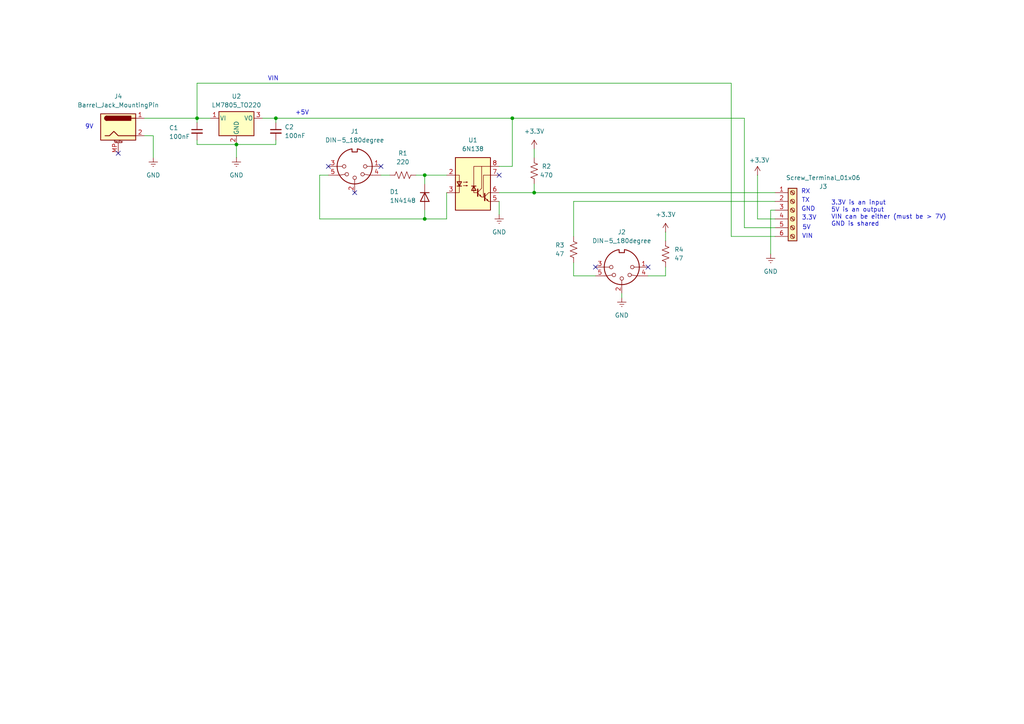
<source format=kicad_sch>
(kicad_sch (version 20231120) (generator "eeschema") (generator_version "8.0")
  (paper "A4")
  (title_block (title "MIDI Breakout + Power Supply") (date "2024-05-21") (rev "1") (comment 1 "MIDI pin numbers established looking from the front") (comment 2 "Barrel jack is 9v in, center-positive"))
  (lib_symbols
    (symbol "Connector:Barrel_Jack_MountingPin" (pin_names hide)
      (property "Reference" "J" (at 0 5.334 0))
      (property "Value" "Barrel_Jack_MountingPin" (at 1.27 -6.35 0))
      (symbol "Barrel_Jack_MountingPin_0_1"
        (rectangle (start -5.08 3.81) (end 5.08 -3.81) (stroke (width 0.254)) (fill (type background)))
        (arc (start -3.302 3.175) (mid -3.9343 2.54) (end -3.302 1.905) (stroke (width 0.254)))
        (arc (start -3.302 3.175) (mid -3.9343 2.54) (end -3.302 1.905) (stroke (width 0.254)) (fill (type outline)))
        (polyline (pts (xy 5.08 2.54) (xy 3.81 2.54)) (stroke (width 0.254)))
        (polyline (pts (xy -3.81 -2.54) (xy -2.54 -2.54) (xy -1.27 -1.27) (xy 0 -2.54) (xy 2.54 -2.54) (xy 5.08 -2.54)) (stroke (width 0.254)))
        (rectangle (start 3.683 3.175) (end -3.302 1.905) (stroke (width 0.254)) (fill (type outline)))
      )
      (symbol "Barrel_Jack_MountingPin_1_1"
        (polyline (pts (xy -1.016 -4.572) (xy 1.016 -4.572)) (stroke (width 0.1524)))
        (text "Mounting" (at 0 -4.191 0) (effects (font (size 0.381 0.381))))
        (pin passive line (at 7.62 2.54 180) (length 2.54) (name "~") (number "1"))
        (pin passive line (at 7.62 -2.54 180) (length 2.54) (name "~") (number "2"))
        (pin passive line (at 0 -7.62 90) (length 3.048) (name "MountPin") (number "MP"))
      )
    )
    (symbol "Connector:DIN-5_180degree" (pin_names (offset 1.016))
      (property "Reference" "J" (at 3.175 5.715 0))
      (property "Value" "DIN-5_180degree" (at 0 -6.35 0))
      (symbol "DIN-5_180degree_0_1"
        (arc (start -5.08 0) (mid -3.8609 -3.3364) (end -0.762 -5.08) (stroke (width 0.254)))
        (circle (center -3.048 0) (radius 0.508))
        (circle (center -2.286 2.286) (radius 0.508))
        (polyline (pts (xy -5.08 0) (xy -3.556 0)))
        (polyline (pts (xy 0 5.08) (xy 0 3.81)))
        (polyline (pts (xy 5.08 0) (xy 3.556 0)))
        (polyline (pts (xy -5.08 2.54) (xy -4.318 2.54) (xy -2.794 2.286)))
        (polyline (pts (xy 5.08 2.54) (xy 4.318 2.54) (xy 2.794 2.286)))
        (polyline (pts (xy -0.762 -4.953) (xy -0.762 -4.191) (xy 0.762 -4.191) (xy 0.762 -4.953)) (stroke (width 0.254)))
        (circle (center 0 3.302) (radius 0.508))
        (arc (start 0.762 -5.08) (mid 3.8685 -3.343) (end 5.08 0) (stroke (width 0.254)))
        (circle (center 2.286 2.286) (radius 0.508))
        (circle (center 3.048 0) (radius 0.508))
        (arc (start 5.08 0) (mid 0 5.0579) (end -5.08 0) (stroke (width 0.254)))
      )
      (symbol "DIN-5_180degree_1_1"
        (pin passive line (at -7.62 0 0) (length 2.54) (name "~") (number "1"))
        (pin passive line (at 0 7.62 270) (length 2.54) (name "~") (number "2"))
        (pin passive line (at 7.62 0 180) (length 2.54) (name "~") (number "3"))
        (pin passive line (at -7.62 2.54 0) (length 2.54) (name "~") (number "4"))
        (pin passive line (at 7.62 2.54 180) (length 2.54) (name "~") (number "5"))
      )
    )
    (symbol "Connector:Screw_Terminal_01x06" (pin_names (offset 1.016) hide)
      (property "Reference" "J" (at 0 7.62 0))
      (property "Value" "Screw_Terminal_01x06" (at 0 -10.16 0))
      (symbol "Screw_Terminal_01x06_1_1"
        (rectangle (start -1.27 6.35) (end 1.27 -8.89) (stroke (width 0.254)) (fill (type background)))
        (circle (center 0 -7.62) (radius 0.635) (stroke (width 0.1524)))
        (circle (center 0 -5.08) (radius 0.635) (stroke (width 0.1524)))
        (circle (center 0 -2.54) (radius 0.635) (stroke (width 0.1524)))
        (polyline (pts (xy -0.5334 -7.2898) (xy 0.3302 -8.128)) (stroke (width 0.1524)))
        (polyline (pts (xy -0.5334 -4.7498) (xy 0.3302 -5.588)) (stroke (width 0.1524)))
        (polyline (pts (xy -0.5334 -2.2098) (xy 0.3302 -3.048)) (stroke (width 0.1524)))
        (polyline (pts (xy -0.5334 0.3302) (xy 0.3302 -0.508)) (stroke (width 0.1524)))
        (polyline (pts (xy -0.5334 2.8702) (xy 0.3302 2.032)) (stroke (width 0.1524)))
        (polyline (pts (xy -0.5334 5.4102) (xy 0.3302 4.572)) (stroke (width 0.1524)))
        (polyline (pts (xy -0.3556 -7.112) (xy 0.508 -7.9502)) (stroke (width 0.1524)))
        (polyline (pts (xy -0.3556 -4.572) (xy 0.508 -5.4102)) (stroke (width 0.1524)))
        (polyline (pts (xy -0.3556 -2.032) (xy 0.508 -2.8702)) (stroke (width 0.1524)))
        (polyline (pts (xy -0.3556 0.508) (xy 0.508 -0.3302)) (stroke (width 0.1524)))
        (polyline (pts (xy -0.3556 3.048) (xy 0.508 2.2098)) (stroke (width 0.1524)))
        (polyline (pts (xy -0.3556 5.588) (xy 0.508 4.7498)) (stroke (width 0.1524)))
        (circle (center 0 0) (radius 0.635) (stroke (width 0.1524)))
        (circle (center 0 2.54) (radius 0.635) (stroke (width 0.1524)))
        (circle (center 0 5.08) (radius 0.635) (stroke (width 0.1524)))
        (pin passive line (at -5.08 5.08 0) (length 3.81) (name "Pin_1") (number "1"))
        (pin passive line (at -5.08 2.54 0) (length 3.81) (name "Pin_2") (number "2"))
        (pin passive line (at -5.08 0 0) (length 3.81) (name "Pin_3") (number "3"))
        (pin passive line (at -5.08 -2.54 0) (length 3.81) (name "Pin_4") (number "4"))
        (pin passive line (at -5.08 -5.08 0) (length 3.81) (name "Pin_5") (number "5"))
        (pin passive line (at -5.08 -7.62 0) (length 3.81) (name "Pin_6") (number "6"))
      )
    )
    (symbol "Device:C_Small" (pin_numbers hide) (pin_names (offset 0.254) hide)
      (property "Reference" "C" (at 0.254 1.778 0))
      (property "Value" "C_Small" (at 0.254 -2.032 0))
      (symbol "C_Small_0_1"
        (polyline (pts (xy -1.524 -0.508) (xy 1.524 -0.508)) (stroke (width 0.3302)))
        (polyline (pts (xy -1.524 0.508) (xy 1.524 0.508)) (stroke (width 0.3048)))
      )
      (symbol "C_Small_1_1"
        (pin passive line (at 0 2.54 270) (length 2.032) (name "~") (number "1"))
        (pin passive line (at 0 -2.54 90) (length 2.032) (name "~") (number "2"))
      )
    )
    (symbol "Device:R_US" (pin_numbers hide) (pin_names (offset 0))
      (property "Reference" "R" (at 2.54 0 90))
      (property "Value" "R_US" (at -2.54 0 90))
      (symbol "R_US_0_1"
        (polyline (pts (xy 0 -2.286) (xy 0 -2.54)))
        (polyline (pts (xy 0 2.286) (xy 0 2.54)))
        (polyline (pts (xy 0 -0.762) (xy 1.016 -1.143) (xy 0 -1.524) (xy -1.016 -1.905) (xy 0 -2.286)))
        (polyline (pts (xy 0 0.762) (xy 1.016 0.381) (xy 0 0) (xy -1.016 -0.381) (xy 0 -0.762)))
        (polyline (pts (xy 0 2.286) (xy 1.016 1.905) (xy 0 1.524) (xy -1.016 1.143) (xy 0 0.762)))
      )
      (symbol "R_US_1_1"
        (pin passive line (at 0 3.81 270) (length 1.27) (name "~") (number "1"))
        (pin passive line (at 0 -3.81 90) (length 1.27) (name "~") (number "2"))
      )
    )
    (symbol "Diode:1N4148" (pin_numbers hide) (pin_names hide)
      (property "Reference" "D" (at 0 2.54 0))
      (property "Value" "1N4148" (at 0 -2.54 0))
      (symbol "1N4148_0_1"
        (polyline (pts (xy -1.27 1.27) (xy -1.27 -1.27)) (stroke (width 0.254)))
        (polyline (pts (xy 1.27 0) (xy -1.27 0)))
        (polyline (pts (xy 1.27 1.27) (xy 1.27 -1.27) (xy -1.27 0) (xy 1.27 1.27)) (stroke (width 0.254)))
      )
      (symbol "1N4148_1_1"
        (pin passive line (at -3.81 0 0) (length 2.54) (name "K") (number "1"))
        (pin passive line (at 3.81 0 180) (length 2.54) (name "A") (number "2"))
      )
    )
    (symbol "Isolator:6N138" (pin_names (offset 1.016) hide)
      (property "Reference" "U" (at -4.064 8.89 0))
      (property "Value" "6N138" (at 2.286 8.89 0))
      (symbol "6N138_0_1"
        (rectangle (start -5.08 7.62) (end 5.08 -7.62) (stroke (width 0.254)) (fill (type background)))
        (polyline (pts (xy -4.572 -0.635) (xy -3.302 -0.635)) (stroke (width 0.254)))
        (polyline (pts (xy 0.889 -0.635) (xy -0.381 -0.635)) (stroke (width 0.254)))
        (polyline (pts (xy 1.397 -2.667) (xy 2.54 -3.81)))
        (polyline (pts (xy 1.397 -2.413) (xy 2.54 -1.27)))
        (polyline (pts (xy 2.54 -3.81) (xy 3.175 -3.81)))
        (polyline (pts (xy 3.429 -3.937) (xy 4.572 -5.08)))
        (polyline (pts (xy 3.429 -3.683) (xy 4.572 -2.54)))
        (polyline (pts (xy 4.572 -5.08) (xy 5.08 -5.08)))
        (polyline (pts (xy 4.572 -2.54) (xy 5.08 -2.54)))
        (polyline (pts (xy 1.397 -1.524) (xy 1.397 -3.556) (xy 1.397 -3.556)) (stroke (width 0.3556)))
        (polyline (pts (xy 2.54 -1.27) (xy 2.54 5.08) (xy 5.08 5.08)))
        (polyline (pts (xy 3.429 -2.794) (xy 3.429 -4.826) (xy 3.429 -4.826)) (stroke (width 0.3556)))
        (polyline (pts (xy 5.08 2.54) (xy 3.048 2.54) (xy 3.048 -3.81)))
        (polyline (pts (xy -5.08 -2.54) (xy -3.937 -2.54) (xy -3.937 2.54) (xy -5.08 2.54)))
        (polyline (pts (xy -3.937 -0.635) (xy -4.572 0.635) (xy -3.302 0.635) (xy -3.937 -0.635)) (stroke (width 0.254)))
        (polyline (pts (xy 0.254 -0.635) (xy 0.889 -1.905) (xy -0.381 -1.905) (xy 0.254 -0.635)) (stroke (width 0.254)))
        (polyline (pts (xy 1.27 -2.54) (xy 0.254 -2.54) (xy 0.254 5.08) (xy 2.54 5.08)))
        (polyline (pts (xy 2.413 -3.683) (xy 2.159 -3.175) (xy 1.905 -3.429) (xy 2.413 -3.683)))
        (polyline (pts (xy 4.445 -4.953) (xy 4.191 -4.445) (xy 3.937 -4.699) (xy 4.445 -4.953)))
        (polyline (pts (xy -2.794 -0.508) (xy -1.524 -0.508) (xy -1.905 -0.635) (xy -1.905 -0.381) (xy -1.524 -0.508)))
        (polyline (pts (xy -2.794 0.508) (xy -1.524 0.508) (xy -1.905 0.381) (xy -1.905 0.635) (xy -1.524 0.508)))
      )
      (symbol "6N138_1_1"
        (pin no_connect line (at -5.08 5.08 0) (length 2.54) hide (name "NC") (number "1"))
        (pin passive line (at -7.62 2.54 0) (length 2.54) (name "C1") (number "2"))
        (pin passive line (at -7.62 -2.54 0) (length 2.54) (name "C2") (number "3"))
        (pin no_connect line (at -5.08 -5.08 0) (length 2.54) hide (name "NC") (number "4"))
        (pin passive line (at 7.62 -5.08 180) (length 2.54) (name "GND") (number "5"))
        (pin passive line (at 7.62 -2.54 180) (length 2.54) (name "VO2") (number "6"))
        (pin passive line (at 7.62 2.54 180) (length 2.54) (name "VO1") (number "7"))
        (pin passive line (at 7.62 5.08 180) (length 2.54) (name "VCC") (number "8"))
      )
    )
    (symbol "Regulator_Linear:LM7805_TO220" (pin_names (offset 0.254))
      (property "Reference" "U" (at -3.81 3.175 0))
      (property "Value" "LM7805_TO220" (at 0 3.175 0))
      (symbol "LM7805_TO220_0_1"
        (rectangle (start -5.08 1.905) (end 5.08 -5.08) (stroke (width 0.254)) (fill (type background)))
      )
      (symbol "LM7805_TO220_1_1"
        (pin power_in line (at -7.62 0 0) (length 2.54) (name "VI") (number "1"))
        (pin power_in line (at 0 -7.62 90) (length 2.54) (name "GND") (number "2"))
        (pin power_out line (at 7.62 0 180) (length 2.54) (name "VO") (number "3"))
      )
    )
    (symbol "power:+3.3V" (power) (pin_numbers hide) (pin_names (offset 0) hide)
      (property "Value" "+3.3V" (at 0 3.556 0))
      (symbol "+3.3V_0_1"
        (polyline (pts (xy -0.762 1.27) (xy 0 2.54)))
        (polyline (pts (xy 0 0) (xy 0 2.54)))
        (polyline (pts (xy 0 2.54) (xy 0.762 1.27)))
      )
      (symbol "+3.3V_1_1"
        (pin power_in line (at 0 0 90) (length 0) (name "~") (number "1"))
      )
    )
    (symbol "power:GNDREF" (power) (pin_numbers hide) (pin_names (offset 0) hide)
      (property "Value" "GNDREF" (at 0 -3.81 0))
      (symbol "GNDREF_0_1"
        (polyline (pts (xy -0.635 -1.905) (xy 0.635 -1.905)))
        (polyline (pts (xy -0.127 -2.54) (xy 0.127 -2.54)))
        (polyline (pts (xy 0 -1.27) (xy 0 0)))
        (polyline (pts (xy 1.27 -1.27) (xy -1.27 -1.27)))
      )
      (symbol "GNDREF_1_1"
        (pin power_in line (at 0 0 270) (length 0) (name "~") (number "1"))
      )
    )
  )
  (junction (at 154.94 55.88))
  (junction (at 123.19 50.8))
  (junction (at 148.59 34.29))
  (junction (at 57.15 34.29))
  (junction (at 68.58 41.91))
  (junction (at 123.19 63.5))
  (junction (at 80.01 34.29))
  (no_connect (at 110.49 48.26))
  (no_connect (at 102.87 55.88))
  (no_connect (at 144.78 50.8))
  (no_connect (at 34.29 44.45))
  (no_connect (at 95.25 48.26))
  (no_connect (at 172.72 77.47))
  (no_connect (at 187.96 77.47))
  (wire (pts (xy 92.71 63.5) (xy 123.19 63.5)))
  (wire (pts (xy 120.65 50.8) (xy 123.19 50.8)))
  (wire (pts (xy 80.01 34.29) (xy 76.2 34.29)))
  (wire (pts (xy 123.19 60.96) (xy 123.19 63.5)))
  (wire (pts (xy 180.34 85.09) (xy 180.34 86.36)))
  (wire (pts (xy 215.9 66.04) (xy 224.79 66.04)))
  (wire (pts (xy 166.37 80.01) (xy 166.37 76.2)))
  (wire (pts (xy 144.78 48.26) (xy 148.59 48.26)))
  (wire (pts (xy 223.52 60.96) (xy 223.52 73.66)))
  (wire (pts (xy 215.9 34.29) (xy 215.9 66.04)))
  (wire (pts (xy 166.37 58.42) (xy 166.37 68.58)))
  (wire (pts (xy 92.71 63.5) (xy 92.71 50.8)))
  (wire (pts (xy 57.15 24.13) (xy 212.09 24.13)))
  (wire (pts (xy 129.54 55.88) (xy 129.54 63.5)))
  (wire (pts (xy 219.71 63.5) (xy 219.71 50.8)))
  (wire (pts (xy 57.15 34.29) (xy 57.15 24.13)))
  (wire (pts (xy 212.09 24.13) (xy 212.09 68.58)))
  (wire (pts (xy 144.78 58.42) (xy 144.78 62.23)))
  (wire (pts (xy 224.79 60.96) (xy 223.52 60.96)))
  (wire (pts (xy 212.09 68.58) (xy 224.79 68.58)))
  (wire (pts (xy 80.01 35.56) (xy 80.01 34.29)))
  (wire (pts (xy 193.04 67.31) (xy 193.04 69.85)))
  (wire (pts (xy 41.91 34.29) (xy 57.15 34.29)))
  (wire (pts (xy 148.59 34.29) (xy 215.9 34.29)))
  (wire (pts (xy 57.15 41.91) (xy 68.58 41.91)))
  (wire (pts (xy 80.01 41.91) (xy 80.01 40.64)))
  (wire (pts (xy 166.37 58.42) (xy 224.79 58.42)))
  (wire (pts (xy 148.59 48.26) (xy 148.59 34.29)))
  (wire (pts (xy 154.94 55.88) (xy 224.79 55.88)))
  (wire (pts (xy 123.19 50.8) (xy 129.54 50.8)))
  (wire (pts (xy 224.79 63.5) (xy 219.71 63.5)))
  (wire (pts (xy 154.94 53.34) (xy 154.94 55.88)))
  (wire (pts (xy 57.15 40.64) (xy 57.15 41.91)))
  (wire (pts (xy 41.91 39.37) (xy 44.45 39.37)))
  (wire (pts (xy 68.58 41.91) (xy 68.58 45.72)))
  (wire (pts (xy 80.01 34.29) (xy 148.59 34.29)))
  (wire (pts (xy 92.71 50.8) (xy 95.25 50.8)))
  (wire (pts (xy 187.96 80.01) (xy 193.04 80.01)))
  (wire (pts (xy 123.19 63.5) (xy 129.54 63.5)))
  (wire (pts (xy 57.15 34.29) (xy 60.96 34.29)))
  (wire (pts (xy 57.15 35.56) (xy 57.15 34.29)))
  (wire (pts (xy 44.45 39.37) (xy 44.45 45.72)))
  (wire (pts (xy 154.94 43.18) (xy 154.94 45.72)))
  (wire (pts (xy 193.04 80.01) (xy 193.04 77.47)))
  (wire (pts (xy 123.19 53.34) (xy 123.19 50.8)))
  (wire (pts (xy 110.49 50.8) (xy 113.03 50.8)))
  (wire (pts (xy 172.72 80.01) (xy 166.37 80.01)))
  (wire (pts (xy 144.78 55.88) (xy 154.94 55.88)))
  (wire (pts (xy 68.58 41.91) (xy 80.01 41.91)))
  (text "TX" (at 233.68 58.166 0) (effects (font (size 1.27 1.27))))
  (text "VIN" (at 234.188 68.58 0) (effects (font (size 1.27 1.27))))
  (text "3.3V" (at 234.696 63.246 0) (effects (font (size 1.27 1.27))))
  (text "5V" (at 233.934 66.04 0) (effects (font (size 1.27 1.27))))
  (text "GND\n" (at 234.442 60.706 0) (effects (font (size 1.27 1.27))))
  (text "VIN" (at 79.248 22.86 0) (effects (font (size 1.27 1.27))))
  (text "3.3V is an input\n5V is an output\nVIN can be either (must be > 7V)\nGND is shared" (at 241.046 61.976 0) (effects (font (size 1.27 1.27)) (justify left)))
  (text "RX" (at 233.68 55.626 0) (effects (font (size 1.27 1.27))))
  (text "+5V" (at 87.63 32.766 0) (effects (font (size 1.27 1.27))))
  (text "9V" (at 25.908 36.83 0) (effects (font (size 1.27 1.27))))
  (symbol (lib_id "Connector:Barrel_Jack_MountingPin") (at 34.29 36.83 0) (unit 1)
    (property "Reference" "J4" (at 34.29 27.94 0))
    (property "Value" "Barrel_Jack_MountingPin" (at 34.29 30.48 0))
    (property "Footprint" "Connector_BarrelJack:BarrelJack_CUI_PJ-102AH_Horizontal" (effects (hide yes)))
    (property "Description" "DC Barrel Jack with a mounting pin" (effects (hide yes)))
  )
  (symbol (lib_id "Device:R_US") (at 116.84 50.8 90) (unit 1)
    (property "Reference" "R1" (at 116.84 44.45 90))
    (property "Value" "220" (at 116.84 46.99 90))
    (property "Footprint" "Resistor_THT:R_Axial_DIN0204_L3.6mm_D1.6mm_P7.62mm_Horizontal" (effects (hide yes)))
    (property "Description" "Resistor, US symbol" (effects (hide yes)))
  )
  (symbol (lib_id "Isolator:6N138") (at 137.16 53.34 0) (unit 1)
    (property "Reference" "U1" (at 137.16 40.64 0))
    (property "Value" "6N138" (at 137.16 43.18 0))
    (property "Footprint" "Package_DIP:DIP-8_W7.62mm_Socket" (effects (hide yes)))
    (property "Datasheet" "http://www.onsemi.com/pub/Collateral/HCPL2731-D.pdf" (effects (hide yes)))
    (property "Description" "Low Input Current high Gain Split Darlington Optocouplers, -0.5V to 7V VDD, DIP-8" (effects (hide yes)))
  )
  (symbol (lib_id "Device:R_US") (at 193.04 73.66 0) (unit 1)
    (property "Reference" "R4" (at 195.58 72.39 0) (effects (justify left)))
    (property "Value" "47" (at 195.58 74.93 0) (effects (justify left)))
    (property "Footprint" "Resistor_THT:R_Axial_DIN0204_L3.6mm_D1.6mm_P7.62mm_Horizontal" (effects (hide yes)))
    (property "Description" "Resistor, US symbol" (effects (hide yes)))
  )
  (symbol (lib_id "Device:C_Small") (at 80.01 38.1 0) (unit 1)
    (property "Reference" "C2" (at 82.55 36.8362 0) (effects (justify left)))
    (property "Value" "100nF" (at 82.55 39.3762 0) (effects (justify left)))
    (property "Footprint" "Capacitor_THT:C_Disc_D3.4mm_W2.1mm_P2.50mm" (effects (hide yes)))
    (property "Description" "Unpolarized capacitor, small symbol" (effects (hide yes)))
  )
  (symbol (lib_id "Device:C_Small") (at 57.15 38.1 0) (unit 1)
    (property "Reference" "C1" (at 49.022 37.084 0) (effects (justify left)))
    (property "Value" "100nF" (at 49.022 39.624 0) (effects (justify left)))
    (property "Footprint" "Capacitor_THT:C_Disc_D3.4mm_W2.1mm_P2.50mm" (effects (hide yes)))
    (property "Description" "Unpolarized capacitor, small symbol" (effects (hide yes)))
  )
  (symbol (lib_id "power:GNDREF") (at 180.34 86.36 0) (unit 1)
    (property "Reference" "#PWR02" (effects (hide yes)))
    (property "Value" "GND" (at 180.34 91.44 0))
    (property "Description" "Power symbol creates a global label with name \"GNDREF\" , reference supply ground" (effects (hide yes)))
  )
  (symbol (lib_id "Regulator_Linear:LM7805_TO220") (at 68.58 34.29 0) (unit 1)
    (property "Reference" "U2" (at 68.58 27.94 0))
    (property "Value" "LM7805_TO220" (at 68.58 30.48 0))
    (property "Footprint" "Package_TO_SOT_THT:TO-220-3_Vertical" (effects (hide yes)))
    (property "Datasheet" "https://www.onsemi.cn/PowerSolutions/document/MC7800-D.PDF" (effects (hide yes)))
    (property "Description" "Positive 1A 35V Linear Regulator, Fixed Output 5V, TO-220" (effects (hide yes)))
  )
  (symbol (lib_id "Connector:Screw_Terminal_01x06") (at 229.87 60.96 0) (unit 1)
    (property "Reference" "J3" (at 238.76 54.102 0))
    (property "Value" "Screw_Terminal_01x06" (at 238.76 51.562 0))
    (property "Footprint" "TerminalBlock:TerminalBlock_bornier-6_P5.08mm" (effects (hide yes)))
    (property "Description" "Generic screw terminal, single row, 01x06, script generated (kicad-library-utils/schlib/autogen/connector/)" (effects (hide yes)))
  )
  (symbol (lib_id "power:GNDREF") (at 223.52 73.66 0) (unit 1)
    (property "Reference" "#PWR03" (effects (hide yes)))
    (property "Value" "GND" (at 223.52 78.74 0))
    (property "Description" "Power symbol creates a global label with name \"GNDREF\" , reference supply ground" (effects (hide yes)))
  )
  (symbol (lib_id "power:GNDREF") (at 144.78 62.23 0) (unit 1)
    (property "Reference" "#PWR01" (effects (hide yes)))
    (property "Value" "GND" (at 144.78 67.31 0))
    (property "Description" "Power symbol creates a global label with name \"GNDREF\" , reference supply ground" (effects (hide yes)))
  )
  (symbol (lib_id "Connector:DIN-5_180degree") (at 180.34 77.47 180) (unit 1)
    (property "Reference" "J2" (at 180.3399 67.31 0))
    (property "Value" "DIN-5_180degree" (at 180.3399 69.85 0))
    (property "Footprint" "Eurocad:MIDI_DIN5" (effects (hide yes)))
    (property "Datasheet" "http://www.mouser.com/ds/2/18/40_c091_abd_e-75918.pdf" (effects (hide yes)))
    (property "Description" "5-pin DIN connector (5-pin DIN-5 stereo)" (effects (hide yes)))
  )
  (symbol (lib_id "power:+3.3V") (at 154.94 43.18 0) (unit 1)
    (property "Reference" "#PWR05" (effects (hide yes)))
    (property "Value" "+3.3V" (at 154.94 38.1 0))
    (property "Description" "Power symbol creates a global label with name \"+3.3V\"" (effects (hide yes)))
  )
  (symbol (lib_id "power:+3.3V") (at 219.71 50.8 0) (unit 1)
    (property "Reference" "#PWR013" (effects (hide yes)))
    (property "Value" "+3.3V" (at 220.218 46.482 0))
    (property "Description" "Power symbol creates a global label with name \"+3.3V\"" (effects (hide yes)))
  )
  (symbol (lib_id "power:+3.3V") (at 193.04 67.31 0) (unit 1)
    (property "Reference" "#PWR07" (effects (hide yes)))
    (property "Value" "+3.3V" (at 193.04 62.23 0))
    (property "Description" "Power symbol creates a global label with name \"+3.3V\"" (effects (hide yes)))
  )
  (symbol (lib_id "power:GNDREF") (at 44.45 45.72 0) (unit 1)
    (property "Reference" "#PWR08" (effects (hide yes)))
    (property "Value" "GND" (at 44.45 50.8 0))
    (property "Description" "Power symbol creates a global label with name \"GNDREF\" , reference supply ground" (effects (hide yes)))
  )
  (symbol (lib_id "power:GNDREF") (at 68.58 45.72 0) (unit 1)
    (property "Reference" "#PWR04" (effects (hide yes)))
    (property "Value" "GND" (at 68.58 50.8 0))
    (property "Description" "Power symbol creates a global label with name \"GNDREF\" , reference supply ground" (effects (hide yes)))
  )
  (symbol (lib_id "Device:R_US") (at 154.94 49.53 0) (unit 1)
    (property "Reference" "R2" (at 158.496 48.26 0))
    (property "Value" "470" (at 158.496 50.8 0))
    (property "Footprint" "Resistor_THT:R_Axial_DIN0204_L3.6mm_D1.6mm_P7.62mm_Horizontal" (effects (hide yes)))
    (property "Description" "Resistor, US symbol" (effects (hide yes)))
  )
  (symbol (lib_id "Device:R_US") (at 166.37 72.39 0) (unit 1)
    (property "Reference" "R3" (at 161.036 71.12 0) (effects (justify left)))
    (property "Value" "47" (at 161.036 73.66 0) (effects (justify left)))
    (property "Footprint" "Resistor_THT:R_Axial_DIN0204_L3.6mm_D1.6mm_P7.62mm_Horizontal" (effects (hide yes)))
    (property "Description" "Resistor, US symbol" (effects (hide yes)))
  )
  (symbol (lib_id "Diode:1N4148") (at 123.19 57.15 270) (unit 1)
    (property "Reference" "D1" (at 113.03 55.626 90) (effects (justify left)))
    (property "Value" "1N4148" (at 113.03 58.166 90) (effects (justify left)))
    (property "Footprint" "Diode_THT:D_DO-35_SOD27_P7.62mm_Horizontal" (effects (hide yes)))
    (property "Datasheet" "https://assets.nexperia.com/documents/data-sheet/1N4148_1N4448.pdf" (effects (hide yes)))
    (property "Description" "100V 0.15A standard switching diode, DO-35" (effects (hide yes)))
    (property "Sim.Device" "D" (effects (hide yes)))
    (property "Sim.Pins" "1=K 2=A" (effects (hide yes)))
  )
  (symbol (lib_id "Connector:DIN-5_180degree") (at 102.87 48.26 180) (unit 1)
    (property "Reference" "J1" (at 102.8699 38.1 0))
    (property "Value" "DIN-5_180degree" (at 102.8699 40.64 0))
    (property "Footprint" "Eurocad:MIDI_DIN5" (effects (hide yes)))
    (property "Datasheet" "http://www.mouser.com/ds/2/18/40_c091_abd_e-75918.pdf" (effects (hide yes)))
    (property "Description" "5-pin DIN connector (5-pin DIN-5 stereo)" (effects (hide yes)))
  )
)
</source>
